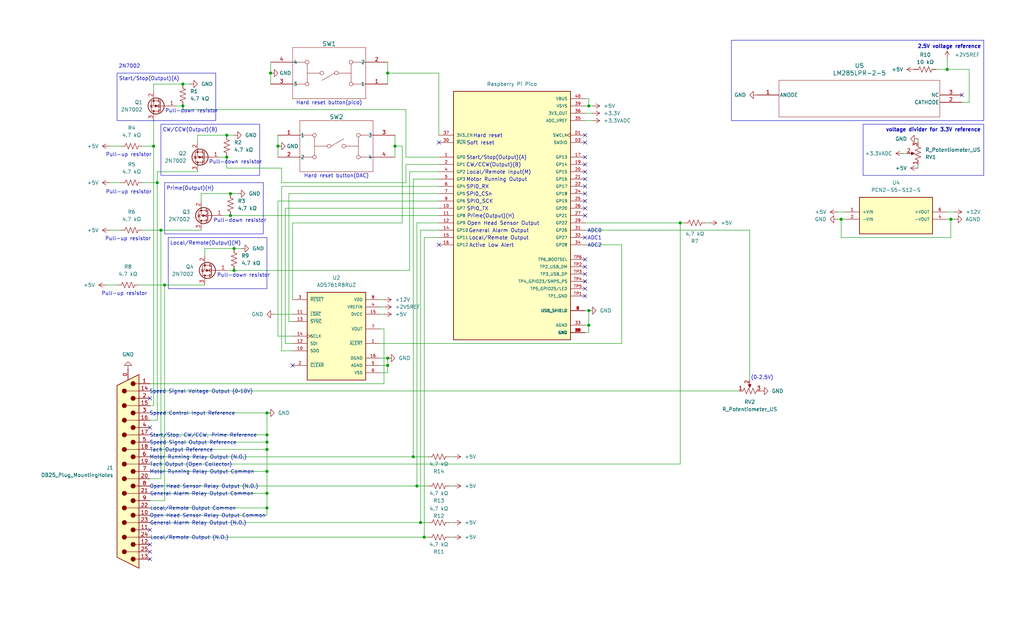
<source format=kicad_sch>
(kicad_sch (version 20231120) (generator "eeschema") (generator_version "8.0")
  (paper "USLegal")
  (title_block (title "Pi Pico Masterflex pump DB25 control board") (date "2024-09-25") (rev "1.1") (company "UW-Madison Chemistry Department Stahl Group") (comment 1 "Made by Tom Tan"))
  (lib_symbols
    (symbol "AD5761RBRUZ:AD5761RBRUZ" (pin_names (offset 1.016))
      (property "Reference" "U" (at -10.1711 15.8923 0))
      (property "Value" "AD5761RBRUZ" (at -10.1835 -17.8212 0))
      (symbol "AD5761RBRUZ_0_0"
        (pin output line (at 15.24 -2.54 180) (length 5.08) (name "~{ALERT}") (number "1"))
        (pin output line (at -15.24 -5.08 0) (length 5.08) (name "SDO") (number "10"))
        (pin bidirectional line (at -15.24 7.62 0) (length 5.08) (name "~{LDAC}") (number "11"))
        (pin input line (at -15.24 -2.54 0) (length 5.08) (name "SDI") (number "12"))
        (pin input line (at -15.24 5.08 0) (length 5.08) (name "~{SYNC}") (number "13"))
        (pin input clock (at -15.24 0 0) (length 5.08) (name "SCLK") (number "14"))
        (pin power_in line (at 15.24 7.62 180) (length 5.08) (name "DVCC") (number "15"))
        (pin power_in line (at 15.24 -7.62 180) (length 5.08) (name "DGND") (number "16"))
        (pin input line (at -15.24 -10.16 0) (length 5.08) (name "~{CLEAR}") (number "2"))
        (pin input line (at -15.24 12.7 0) (length 5.08) (name "~{RESET}") (number "3"))
        (pin power_in line (at 15.24 10.16 180) (length 5.08) (name "VREFIN") (number "4"))
        (pin power_in line (at 15.24 -10.16 180) (length 5.08) (name "AGND") (number "5"))
        (pin power_in line (at 15.24 -12.7 180) (length 5.08) (name "VSS") (number "6"))
        (pin output line (at 15.24 2.54 180) (length 5.08) (name "VOUT") (number "7"))
        (pin power_in line (at 15.24 12.7 180) (length 5.08) (name "VDD") (number "8"))
      )
    )
    (symbol "Connector:DB25_Plug_MountingHoles" (pin_names (offset 1.016) hide)
      (property "Reference" "J" (at 0 36.83 0))
      (property "Value" "DB25_Plug_MountingHoles" (at 0 34.925 0))
      (symbol "DB25_Plug_MountingHoles_1_1"
        (pin passive line (at 0 -35.56 90) (length 3.81) (name "PAD") (number "0"))
        (pin passive line (at -7.62 -30.48 0) (length 3.81) (name "1") (number "1"))
        (pin passive line (at -7.62 15.24 0) (length 3.81) (name "10") (number "10"))
        (pin passive line (at -7.62 20.32 0) (length 3.81) (name "11") (number "11"))
        (pin passive line (at -7.62 25.4 0) (length 3.81) (name "12") (number "12"))
        (pin passive line (at -7.62 30.48 0) (length 3.81) (name "13") (number "13"))
        (pin passive line (at -7.62 -27.94 0) (length 3.81) (name "P14") (number "14"))
        (pin passive line (at -7.62 -22.86 0) (length 3.81) (name "P15") (number "15"))
        (pin passive line (at -7.62 -17.78 0) (length 3.81) (name "P16") (number "16"))
        (pin passive line (at -7.62 -12.7 0) (length 3.81) (name "P17") (number "17"))
        (pin passive line (at -7.62 -7.62 0) (length 3.81) (name "P18") (number "18"))
        (pin passive line (at -7.62 -2.54 0) (length 3.81) (name "P19") (number "19"))
        (pin passive line (at -7.62 -25.4 0) (length 3.81) (name "2") (number "2"))
        (pin passive line (at -7.62 2.54 0) (length 3.81) (name "P20") (number "20"))
        (pin passive line (at -7.62 7.62 0) (length 3.81) (name "P21") (number "21"))
        (pin passive line (at -7.62 12.7 0) (length 3.81) (name "P22") (number "22"))
        (pin passive line (at -7.62 17.78 0) (length 3.81) (name "P23") (number "23"))
        (pin passive line (at -7.62 22.86 0) (length 3.81) (name "P24") (number "24"))
        (pin passive line (at -7.62 27.94 0) (length 3.81) (name "P25") (number "25"))
        (pin passive line (at -7.62 -20.32 0) (length 3.81) (name "3") (number "3"))
        (pin passive line (at -7.62 -15.24 0) (length 3.81) (name "4") (number "4"))
        (pin passive line (at -7.62 -10.16 0) (length 3.81) (name "5") (number "5"))
        (pin passive line (at -7.62 -5.08 0) (length 3.81) (name "6") (number "6"))
        (pin passive line (at -7.62 0 0) (length 3.81) (name "7") (number "7"))
        (pin passive line (at -7.62 5.08 0) (length 3.81) (name "8") (number "8"))
        (pin passive line (at -7.62 10.16 0) (length 3.81) (name "9") (number "9"))
      )
    )
    (symbol "Device:R_Potentiometer_US" (pin_names (offset 1.016) hide)
      (property "Reference" "RV" (at -4.445 0 90))
      (property "Value" "R_Potentiometer_US" (at -2.54 0 90))
      (symbol "R_Potentiometer_US_1_1"
        (pin passive line (at 0 3.81 270) (length 1.27) (name "1") (number "1"))
        (pin passive line (at 3.81 0 180) (length 1.27) (name "2") (number "2"))
        (pin passive line (at 0 -3.81 90) (length 1.27) (name "3") (number "3"))
      )
    )
    (symbol "Device:R_US" (pin_numbers hide) (pin_names (offset 0))
      (property "Reference" "R" (at 2.54 0 90))
      (property "Value" "R_US" (at -2.54 0 90))
      (symbol "R_US_1_1"
        (pin passive line (at 0 3.81 270) (length 1.27) (name "~") (number "1"))
        (pin passive line (at 0 -3.81 90) (length 1.27) (name "~") (number "2"))
      )
    )
    (symbol "LM285LPR_2_5:LM285LPR-2-5" (pin_names (offset 0.254))
      (property "Reference" "U" (at 35.56 10.16 0))
      (property "Value" "LM285LPR-2-5" (at 35.56 7.62 0))
      (symbol "LM285LPR-2-5_0_1"
        (pin unspecified line (at 0 0 0) (length 7.62) (name "ANODE") (number "1"))
        (pin unspecified line (at 71.12 -2.54 180) (length 7.62) (name "CATHODE") (number "2"))
        (pin unspecified line (at 71.12 0 180) (length 7.62) (name "NC") (number "3"))
      )
    )
    (symbol "PCN2-S5-S12-S:PCN2-S5-S12-S" (pin_names (offset 1.016))
      (property "Reference" "U" (at -12.7254 5.08 0))
      (property "Value" "PCN2-S5-S12-S" (at -12.7254 -7.6454 0))
      (symbol "PCN2-S5-S12-S_0_0"
        (pin input line (at -17.78 0 0) (length 5.08) (name "+VIN") (number "1"))
        (pin input line (at -17.78 -2.54 0) (length 5.08) (name "-VIN") (number "2"))
        (pin output line (at 17.78 -2.54 180) (length 5.08) (name "-VOUT") (number "4"))
        (pin output line (at 17.78 0 180) (length 5.08) (name "+VOUT") (number "6"))
      )
    )
    (symbol "SC0915:SC0915" (pin_names (offset 1.016))
      (property "Reference" "U" (at -20.32 44.069 0))
      (property "Value" "SC0915" (at -20.32 -45.72 0))
      (symbol "SC0915_0_0"
        (pin bidirectional line (at -25.4 20.32 0) (length 5.08) (name "GP0") (number "1"))
        (pin bidirectional line (at -25.4 2.54 0) (length 5.08) (name "GP7") (number "10"))
        (pin bidirectional line (at -25.4 0 0) (length 5.08) (name "GP8") (number "11"))
        (pin bidirectional line (at -25.4 -2.54 0) (length 5.08) (name "GP9") (number "12"))
        (pin power_in line (at 25.4 -40.64 180) (length 5.08) (name "GND") (number "13"))
        (pin bidirectional line (at -25.4 -5.08 0) (length 5.08) (name "GP10") (number "14"))
        (pin bidirectional line (at -25.4 -7.62 0) (length 5.08) (name "GP11") (number "15"))
        (pin bidirectional line (at -25.4 -10.16 0) (length 5.08) (name "GP12") (number "16"))
        (pin bidirectional line (at 25.4 20.32 180) (length 5.08) (name "GP13") (number "17"))
        (pin power_in line (at 25.4 -40.64 180) (length 5.08) (name "GND") (number "18"))
        (pin bidirectional line (at 25.4 17.78 180) (length 5.08) (name "GP14") (number "19"))
        (pin bidirectional line (at -25.4 17.78 0) (length 5.08) (name "GP1") (number "2"))
        (pin bidirectional line (at 25.4 15.24 180) (length 5.08) (name "GP15") (number "20"))
        (pin bidirectional line (at 25.4 12.7 180) (length 5.08) (name "GP16") (number "21"))
        (pin bidirectional line (at 25.4 10.16 180) (length 5.08) (name "GP17") (number "22"))
        (pin power_in line (at 25.4 -40.64 180) (length 5.08) (name "GND") (number "23"))
        (pin bidirectional line (at 25.4 7.62 180) (length 5.08) (name "GP18") (number "24"))
        (pin bidirectional line (at 25.4 5.08 180) (length 5.08) (name "GP19") (number "25"))
        (pin bidirectional line (at 25.4 2.54 180) (length 5.08) (name "GP20") (number "26"))
        (pin bidirectional line (at 25.4 0 180) (length 5.08) (name "GP21") (number "27"))
        (pin power_in line (at 25.4 -40.64 180) (length 5.08) (name "GND") (number "28"))
        (pin bidirectional line (at 25.4 -2.54 180) (length 5.08) (name "GP22") (number "29"))
        (pin power_in line (at 25.4 -40.64 180) (length 5.08) (name "GND") (number "3"))
        (pin input line (at -25.4 25.4 0) (length 5.08) (name "~{RUN}") (number "30"))
        (pin bidirectional line (at 25.4 -5.08 180) (length 5.08) (name "GP26") (number "31"))
        (pin bidirectional line (at 25.4 -7.62 180) (length 5.08) (name "GP27") (number "32"))
        (pin power_in line (at 25.4 -38.1 180) (length 5.08) (name "AGND") (number "33"))
        (pin bidirectional line (at 25.4 -10.16 180) (length 5.08) (name "GP28") (number "34"))
        (pin power_in line (at 25.4 33.02 180) (length 5.08) (name "ADC_VREF") (number "35"))
        (pin power_in line (at 25.4 35.56 180) (length 5.08) (name "3V3_OUT") (number "36"))
        (pin input line (at -25.4 27.94 0) (length 5.08) (name "3V3_EN") (number "37"))
        (pin power_in line (at 25.4 -40.64 180) (length 5.08) (name "GND") (number "38"))
        (pin power_in line (at 25.4 38.1 180) (length 5.08) (name "VSYS") (number "39"))
        (pin bidirectional line (at -25.4 15.24 0) (length 5.08) (name "GP2") (number "4"))
        (pin power_in line (at 25.4 40.64 180) (length 5.08) (name "VBUS") (number "40"))
        (pin bidirectional line (at -25.4 12.7 0) (length 5.08) (name "GP3") (number "5"))
        (pin bidirectional line (at -25.4 10.16 0) (length 5.08) (name "GP4") (number "6"))
        (pin bidirectional line (at -25.4 7.62 0) (length 5.08) (name "GP5") (number "7"))
        (pin power_in line (at 25.4 -40.64 180) (length 5.08) (name "GND") (number "8"))
        (pin bidirectional line (at -25.4 5.08 0) (length 5.08) (name "GP6") (number "9"))
        (pin power_in line (at 25.4 -33.02 180) (length 5.08) (name "USB_SHIELD") (number "A"))
        (pin power_in line (at 25.4 -33.02 180) (length 5.08) (name "USB_SHIELD") (number "B"))
        (pin power_in line (at 25.4 -33.02 180) (length 5.08) (name "USB_SHIELD") (number "C"))
        (pin power_in line (at 25.4 -33.02 180) (length 5.08) (name "USB_SHIELD") (number "D"))
        (pin input clock (at 25.4 27.94 180) (length 5.08) (name "SWCLK") (number "D1"))
        (pin power_in line (at 25.4 -40.64 180) (length 5.08) (name "GND") (number "D2"))
        (pin bidirectional line (at 25.4 25.4 180) (length 5.08) (name "SWDIO") (number "D3"))
        (pin power_in line (at 25.4 -27.94 180) (length 5.08) (name "TP1_GND") (number "TP1"))
        (pin bidirectional line (at 25.4 -17.78 180) (length 5.08) (name "TP2_USB_DM") (number "TP2"))
        (pin bidirectional line (at 25.4 -20.32 180) (length 5.08) (name "TP3_USB_DP") (number "TP3"))
        (pin no_connect line (at 25.4 -22.86 180) (length 5.08) (name "TP4_GPIO23/SMPS_PS") (number "TP4"))
        (pin output line (at 25.4 -25.4 180) (length 5.08) (name "TP5_GPIO25/LED") (number "TP5"))
        (pin input line (at 25.4 -15.24 180) (length 5.08) (name "TP6_BOOTSEL") (number "TP6"))
      )
    )
    (symbol "TE_3_1825910_5:3-1825910-5" (pin_names (offset 0.254))
      (property "Reference" "SW" (at 20.32 10.16 0))
      (property "Value" "3-1825910-5" (at 20.32 7.62 0))
      (symbol "3-1825910-5_0_1"
        (pin unspecified line (at 0 0 0) (length 7.62) (name "1") (number "1"))
        (pin unspecified line (at 0 -7.62 0) (length 7.62) (name "2") (number "2"))
        (pin unspecified line (at 40.64 0 180) (length 7.62) (name "3") (number "3"))
        (pin unspecified line (at 40.64 -7.62 180) (length 7.62) (name "4") (number "4"))
      )
    )
    (symbol "Transistor_FET:2N7002" (pin_names hide)
      (property "Reference" "Q" (at 5.08 1.905 0))
      (property "Value" "2N7002" (at 5.08 0 0))
      (symbol "2N7002_1_1"
        (pin input line (at -5.08 0 0) (length 2.54) (name "G") (number "1"))
        (pin passive line (at 2.54 -5.08 90) (length 2.54) (name "S") (number "2"))
        (pin passive line (at 2.54 5.08 270) (length 2.54) (name "D") (number "3"))
      )
    )
    (symbol "power:+12V" (power) (pin_numbers hide) (pin_names (offset 0) hide)
      (property "Value" "+12V" (at 0 3.556 0))
      (symbol "+12V_1_1"
        (pin power_in line (at 0 0 90) (length 0) (name "~") (number "1"))
      )
    )
    (symbol "power:+2V5" (power) (pin_numbers hide) (pin_names (offset 0) hide)
      (property "Value" "+2V5" (at 0 3.556 0))
      (symbol "+2V5_1_1"
        (pin power_in line (at 0 0 90) (length 0) (name "~") (number "1"))
      )
    )
    (symbol "power:+3.3V" (power) (pin_numbers hide) (pin_names (offset 0) hide)
      (property "Value" "+3.3V" (at 0 3.556 0))
      (symbol "+3.3V_1_1"
        (pin power_in line (at 0 0 90) (length 0) (name "~") (number "1"))
      )
    )
    (symbol "power:+3.3VADC" (power) (pin_numbers hide) (pin_names (offset 0) hide)
      (property "Value" "+3.3VADC" (at 0 3.556 0))
      (symbol "+3.3VADC_0_0"
        (pin power_in line (at 0 0 90) (length 0) (name "~") (number "1"))
      )
    )
    (symbol "power:+5V" (power) (pin_numbers hide) (pin_names (offset 0) hide)
      (property "Value" "+5V" (at 0 3.556 0))
      (symbol "+5V_1_1"
        (pin power_in line (at 0 0 90) (length 0) (name "~") (number "1"))
      )
    )
    (symbol "power:GND" (power) (pin_numbers hide) (pin_names (offset 0) hide)
      (property "Value" "GND" (at 0 -3.81 0))
      (symbol "GND_1_1"
        (pin power_in line (at 0 0 270) (length 0) (name "~") (number "1"))
      )
    )
  )
  (junction (at 146.05 181.61))
  (junction (at 134.62 124.46))
  (junction (at 92.71 143.51))
  (junction (at 134.62 25.4))
  (junction (at 81.28 86.36))
  (junction (at 330.2 76.2))
  (junction (at 80.01 67.31))
  (junction (at 93.98 25.4))
  (junction (at 78.74 46.99))
  (junction (at 92.71 163.83))
  (junction (at 81.28 93.98))
  (junction (at 92.71 176.53))
  (junction (at 54.61 63.5))
  (junction (at 53.34 50.8))
  (junction (at 80.01 74.93))
  (junction (at 134.62 127))
  (junction (at 78.74 54.61))
  (junction (at 236.22 77.47))
  (junction (at 147.32 186.69))
  (junction (at 92.71 151.13))
  (junction (at 92.71 153.67))
  (junction (at 143.51 158.75))
  (junction (at 55.88 80.01))
  (junction (at 92.71 156.21))
  (junction (at 144.78 168.91))
  (junction (at 57.15 99.06))
  (junction (at 137.16 50.8))
  (junction (at 292.1 76.2))
  (junction (at 204.47 107.95))
  (junction (at 204.47 113.03))
  (junction (at 204.47 36.83))
  (junction (at 328.93 24.13))
  (junction (at 63.5 36.83))
  (junction (at 63.5 29.21))
  (junction (at 92.71 171.45))
  (junction (at 96.52 50.8))
  (no_connect (at 52.07 194.31))
  (no_connect (at 101.6 127))
  (no_connect (at 203.2 57.15))
  (no_connect (at 52.07 184.15))
  (no_connect (at 203.2 95.25))
  (no_connect (at 52.07 189.23))
  (no_connect (at 52.07 191.77))
  (no_connect (at 334.01 33.02))
  (no_connect (at 203.2 72.39))
  (no_connect (at 152.4 85.09))
  (no_connect (at 203.2 64.77))
  (no_connect (at 203.2 59.69))
  (no_connect (at 203.2 54.61))
  (no_connect (at 203.2 82.55))
  (no_connect (at 203.2 74.93))
  (no_connect (at 203.2 100.33))
  (no_connect (at 203.2 62.23))
  (no_connect (at 203.2 90.17))
  (no_connect (at 203.2 67.31))
  (no_connect (at 203.2 49.53))
  (no_connect (at 203.2 97.79))
  (no_connect (at 52.07 138.43))
  (no_connect (at 52.07 148.59))
  (no_connect (at 203.2 102.87))
  (no_connect (at 203.2 69.85))
  (no_connect (at 203.2 46.99))
  (no_connect (at 152.4 49.53))
  (no_connect (at 203.2 92.71))
  (wire (pts (xy 78.74 54.61) (xy 76.2 54.61)))
  (wire (pts (xy 36.83 99.06) (xy 40.64 99.06)))
  (wire (pts (xy 330.2 76.2) (xy 331.47 76.2)))
  (wire (pts (xy 260.35 80.01) (xy 260.35 132.08)))
  (wire (pts (xy 48.26 99.06) (xy 57.15 99.06)))
  (wire (pts (xy 132.08 114.3) (xy 133.35 114.3)))
  (wire (pts (xy 81.28 86.36) (xy 71.12 86.36)))
  (wire (pts (xy 148.59 181.61) (xy 146.05 181.61)))
  (wire (pts (xy 97.79 64.77) (xy 152.4 64.77)))
  (wire (pts (xy 82.55 67.31) (xy 80.01 67.31)))
  (wire (pts (xy 292.1 82.55) (xy 330.2 82.55)))
  (wire (pts (xy 53.34 50.8) (xy 53.34 140.97)))
  (wire (pts (xy 204.47 34.29) (xy 204.47 36.83)))
  (wire (pts (xy 236.22 77.47) (xy 203.2 77.47)))
  (wire (pts (xy 54.61 59.69) (xy 54.61 63.5)))
  (wire (pts (xy 133.35 133.35) (xy 52.07 133.35)))
  (wire (pts (xy 132.08 104.14) (xy 133.35 104.14)))
  (wire (pts (xy 52.07 168.91) (xy 144.78 168.91)))
  (wire (pts (xy 152.4 72.39) (xy 99.06 72.39)))
  (wire (pts (xy 49.53 63.5) (xy 54.61 63.5)))
  (wire (pts (xy 143.51 62.23) (xy 152.4 62.23)))
  (wire (pts (xy 203.2 34.29) (xy 204.47 34.29)))
  (wire (pts (xy 38.1 50.8) (xy 41.91 50.8)))
  (wire (pts (xy 318.77 49.53) (xy 318.77 48.26)))
  (wire (pts (xy 55.88 80.01) (xy 69.85 80.01)))
  (wire (pts (xy 52.07 135.89) (xy 256.54 135.89)))
  (wire (pts (xy 96.52 50.8) (xy 96.52 54.61)))
  (wire (pts (xy 52.07 143.51) (xy 92.71 143.51)))
  (wire (pts (xy 140.97 57.15) (xy 152.4 57.15)))
  (wire (pts (xy 52.07 161.29) (xy 236.22 161.29)))
  (wire (pts (xy 52.07 146.05) (xy 54.61 146.05)))
  (wire (pts (xy 134.62 124.46) (xy 134.62 127)))
  (wire (pts (xy 328.93 76.2) (xy 330.2 76.2)))
  (wire (pts (xy 101.6 77.47) (xy 139.7 77.47)))
  (wire (pts (xy 54.61 146.05) (xy 54.61 63.5)))
  (wire (pts (xy 99.06 119.38) (xy 101.6 119.38)))
  (wire (pts (xy 92.71 156.21) (xy 92.71 163.83)))
  (wire (pts (xy 38.1 63.5) (xy 41.91 63.5)))
  (wire (pts (xy 215.9 85.09) (xy 203.2 85.09)))
  (wire (pts (xy 52.07 181.61) (xy 146.05 181.61)))
  (wire (pts (xy 134.62 21.59) (xy 134.62 25.4)))
  (wire (pts (xy 80.01 67.31) (xy 69.85 67.31)))
  (wire (pts (xy 92.71 153.67) (xy 92.71 156.21)))
  (wire (pts (xy 144.78 168.91) (xy 144.78 77.47)))
  (wire (pts (xy 52.07 176.53) (xy 92.71 176.53)))
  (wire (pts (xy 134.62 127) (xy 134.62 129.54)))
  (wire (pts (xy 77.47 74.93) (xy 80.01 74.93)))
  (wire (pts (xy 139.7 50.8) (xy 137.16 50.8)))
  (wire (pts (xy 152.4 25.4) (xy 134.62 25.4)))
  (wire (pts (xy 53.34 29.21) (xy 53.34 31.75)))
  (wire (pts (xy 132.08 109.22) (xy 133.35 109.22)))
  (wire (pts (xy 93.98 25.4) (xy 93.98 29.21)))
  (wire (pts (xy 328.93 73.66) (xy 331.47 73.66)))
  (wire (pts (xy 140.97 54.61) (xy 140.97 38.1)))
  (wire (pts (xy 101.6 77.47) (xy 101.6 104.14)))
  (wire (pts (xy 144.78 77.47) (xy 152.4 77.47)))
  (wire (pts (xy 152.4 46.99) (xy 152.4 25.4)))
  (wire (pts (xy 204.47 36.83) (xy 205.74 36.83)))
  (wire (pts (xy 101.6 111.76) (xy 100.33 111.76)))
  (wire (pts (xy 203.2 107.95) (xy 204.47 107.95)))
  (wire (pts (xy 97.79 121.92) (xy 101.6 121.92)))
  (wire (pts (xy 49.53 80.01) (xy 55.88 80.01)))
  (wire (pts (xy 147.32 82.55) (xy 152.4 82.55)))
  (wire (pts (xy 63.5 38.1) (xy 63.5 36.83)))
  (wire (pts (xy 54.61 59.69) (xy 68.58 59.69)))
  (wire (pts (xy 60.96 36.83) (xy 63.5 36.83)))
  (wire (pts (xy 68.58 46.99) (xy 68.58 49.53)))
  (wire (pts (xy 132.08 129.54) (xy 134.62 129.54)))
  (wire (pts (xy 203.2 39.37) (xy 205.74 39.37)))
  (wire (pts (xy 236.22 77.47) (xy 237.49 77.47)))
  (wire (pts (xy 52.07 153.67) (xy 92.71 153.67)))
  (wire (pts (xy 52.07 173.99) (xy 57.15 173.99)))
  (wire (pts (xy 93.98 21.59) (xy 93.98 25.4)))
  (wire (pts (xy 92.71 171.45) (xy 92.71 176.53)))
  (wire (pts (xy 100.33 67.31) (xy 100.33 111.76)))
  (wire (pts (xy 52.07 186.69) (xy 147.32 186.69)))
  (wire (pts (xy 148.59 158.75) (xy 143.51 158.75)))
  (wire (pts (xy 203.2 41.91) (xy 205.74 41.91)))
  (wire (pts (xy 157.48 186.69) (xy 156.21 186.69)))
  (wire (pts (xy 78.74 58.42) (xy 97.79 58.42)))
  (wire (pts (xy 336.55 35.56) (xy 334.01 35.56)))
  (wire (pts (xy 96.52 69.85) (xy 96.52 116.84)))
  (wire (pts (xy 148.59 186.69) (xy 147.32 186.69)))
  (wire (pts (xy 134.62 25.4) (xy 134.62 29.21)))
  (wire (pts (xy 314.96 53.34) (xy 313.69 53.34)))
  (wire (pts (xy 142.24 59.69) (xy 142.24 93.98)))
  (wire (pts (xy 81.28 46.99) (xy 78.74 46.99)))
  (wire (pts (xy 97.79 63.5) (xy 97.79 58.42)))
  (wire (pts (xy 140.97 63.5) (xy 97.79 63.5)))
  (wire (pts (xy 203.2 115.57) (xy 204.47 115.57)))
  (wire (pts (xy 330.2 82.55) (xy 330.2 76.2)))
  (wire (pts (xy 96.52 69.85) (xy 152.4 69.85)))
  (wire (pts (xy 78.74 93.98) (xy 81.28 93.98)))
  (wire (pts (xy 92.71 176.53) (xy 92.71 179.07)))
  (wire (pts (xy 328.93 20.32) (xy 328.93 24.13)))
  (wire (pts (xy 53.34 140.97) (xy 52.07 140.97)))
  (wire (pts (xy 52.07 171.45) (xy 92.71 171.45)))
  (wire (pts (xy 146.05 181.61) (xy 146.05 80.01)))
  (wire (pts (xy 325.12 24.13) (xy 328.93 24.13)))
  (wire (pts (xy 55.88 80.01) (xy 55.88 166.37)))
  (wire (pts (xy 246.38 77.47) (xy 245.11 77.47)))
  (wire (pts (xy 204.47 107.95) (xy 204.47 113.03)))
  (wire (pts (xy 69.85 67.31) (xy 69.85 69.85)))
  (wire (pts (xy 157.48 181.61) (xy 156.21 181.61)))
  (wire (pts (xy 290.83 76.2) (xy 292.1 76.2)))
  (wire (pts (xy 52.07 151.13) (xy 92.71 151.13)))
  (wire (pts (xy 95.25 109.22) (xy 101.6 109.22)))
  (wire (pts (xy 71.12 86.36) (xy 71.12 88.9)))
  (wire (pts (xy 143.51 62.23) (xy 143.51 158.75)))
  (wire (pts (xy 203.2 36.83) (xy 204.47 36.83)))
  (wire (pts (xy 328.93 24.13) (xy 336.55 24.13)))
  (wire (pts (xy 139.7 77.47) (xy 139.7 50.8)))
  (wire (pts (xy 132.08 119.38) (xy 215.9 119.38)))
  (wire (pts (xy 203.2 113.03) (xy 204.47 113.03)))
  (wire (pts (xy 92.71 151.13) (xy 92.71 153.67)))
  (wire (pts (xy 292.1 76.2) (xy 293.37 76.2)))
  (wire (pts (xy 336.55 24.13) (xy 336.55 35.56)))
  (wire (pts (xy 52.07 158.75) (xy 143.51 158.75)))
  (wire (pts (xy 80.01 74.93) (xy 152.4 74.93)))
  (wire (pts (xy 132.08 127) (xy 134.62 127)))
  (wire (pts (xy 204.47 113.03) (xy 204.47 115.57)))
  (wire (pts (xy 152.4 54.61) (xy 140.97 54.61)))
  (wire (pts (xy 137.16 50.8) (xy 137.16 54.61)))
  (wire (pts (xy 132.08 124.46) (xy 134.62 124.46)))
  (wire (pts (xy 92.71 143.51) (xy 92.71 151.13)))
  (wire (pts (xy 101.6 116.84) (xy 96.52 116.84)))
  (wire (pts (xy 49.53 50.8) (xy 53.34 50.8)))
  (wire (pts (xy 140.97 57.15) (xy 140.97 63.5)))
  (wire (pts (xy 137.16 46.99) (xy 137.16 50.8)))
  (wire (pts (xy 132.08 106.68) (xy 133.35 106.68)))
  (wire (pts (xy 53.34 41.91) (xy 53.34 50.8)))
  (wire (pts (xy 52.07 156.21) (xy 92.71 156.21)))
  (wire (pts (xy 142.24 59.69) (xy 152.4 59.69)))
  (wire (pts (xy 260.35 80.01) (xy 203.2 80.01)))
  (wire (pts (xy 215.9 119.38) (xy 215.9 85.09)))
  (wire (pts (xy 148.59 168.91) (xy 144.78 168.91)))
  (wire (pts (xy 146.05 80.01) (xy 152.4 80.01)))
  (wire (pts (xy 52.07 163.83) (xy 92.71 163.83)))
  (wire (pts (xy 81.28 93.98) (xy 142.24 93.98)))
  (wire (pts (xy 57.15 99.06) (xy 71.12 99.06)))
  (wire (pts (xy 292.1 76.2) (xy 292.1 82.55)))
  (wire (pts (xy 53.34 29.21) (xy 63.5 29.21)))
  (wire (pts (xy 97.79 64.77) (xy 97.79 121.92)))
  (wire (pts (xy 147.32 186.69) (xy 147.32 82.55)))
  (wire (pts (xy 318.77 58.42) (xy 318.77 57.15)))
  (wire (pts (xy 236.22 77.47) (xy 236.22 161.29)))
  (wire (pts (xy 100.33 67.31) (xy 152.4 67.31)))
  (wire (pts (xy 157.48 158.75) (xy 156.21 158.75)))
  (wire (pts (xy 290.83 73.66) (xy 293.37 73.66)))
  (wire (pts (xy 52.07 179.07) (xy 92.71 179.07)))
  (wire (pts (xy 38.1 80.01) (xy 41.91 80.01)))
  (wire (pts (xy 78.74 58.42) (xy 78.74 54.61)))
  (wire (pts (xy 78.74 46.99) (xy 68.58 46.99)))
  (wire (pts (xy 83.82 86.36) (xy 81.28 86.36)))
  (wire (pts (xy 92.71 163.83) (xy 92.71 171.45)))
  (wire (pts (xy 99.06 72.39) (xy 99.06 119.38)))
  (wire (pts (xy 57.15 99.06) (xy 57.15 173.99)))
  (wire (pts (xy 96.52 46.99) (xy 96.52 50.8)))
  (wire (pts (xy 133.35 114.3) (xy 133.35 133.35)))
  (wire (pts (xy 63.5 29.21) (xy 66.04 29.21)))
  (wire (pts (xy 55.88 166.37) (xy 52.07 166.37)))
  (wire (pts (xy 63.5 38.1) (xy 140.97 38.1)))
  (wire (pts (xy 157.48 168.91) (xy 156.21 168.91)))
  (rectangle (start 55.88 43.18) (end 90.17 60.96))
  (rectangle (start 299.72 43.18) (end 341.63 60.96))
  (rectangle (start 58.42 82.55) (end 92.71 100.33))
  (rectangle (start 57.15 63.5) (end 91.44 81.28))
  (rectangle (start 254 13.97) (end 341.63 41.91))
  (rectangle (start 40.64 25.4) (end 74.93 41.91))
  (text "2.5V voltage reference" (at 329.692 16.256 0) (effects (font (size 1.27 1.27) (thickness 0.254) (bold yes))))
  (text "Pull-down resistor" (at 84.582 95.758 0) (effects (font (size 1.27 1.27))))
  (text "Prime(Output)(H)" (at 66.04 65.532 0) (effects (font (size 1.27 1.27))))
  (text "Pull-down resistor" (at 81.788 56.388 0) (effects (font (size 1.27 1.27))))
  (text "Motor Running Relay Output Common" (at 70.104 164.084 0) (effects (font (size 1.27 1.27))))
  (text "Pull-up resistor" (at 44.704 66.802 0) (effects (font (size 1.27 1.27))))
  (text "Hard reset button(DAC)" (at 116.84 61.214 0) (effects (font (size 1.27 1.27))))
  (text "ADC2" (at 206.502 85.344 0) (effects (font (size 1.27 1.27))))
  (text "Pull-up resistor" (at 44.45 83.058 0) (effects (font (size 1.27 1.27))))
  (text "SPI0_RX" (at 165.862 65.024 0) (effects (font (size 1.27 1.27))))
  (text "Hard reset button(pico)" (at 114.3 35.814 0) (effects (font (size 1.27 1.27))))
  (text "Prime(Output)(H)" (at 170.434 75.184 0) (effects (font (size 1.27 1.27))))
  (text "Open Head Sensor Relay Output Common" (at 72.136 179.324 0) (effects (font (size 1.27 1.27))))
  (text "SPI0_CSn" (at 166.37 67.564 0) (effects (font (size 1.27 1.27))))
  (text "Hard reset" (at 169.418 47.244 0) (effects (font (size 1.27 1.27))))
  (text "Tach Output Reference" (at 62.992 156.464 0) (effects (font (size 1.27 1.27))))
  (text "Local/Remote Output (N.O.)" (at 65.786 186.944 0) (effects (font (size 1.27 1.27))))
  (text "Open Head Sensor Relay Output (N.O.)" (at 70.866 169.164 0) (effects (font (size 1.27 1.27))))
  (text "2N7002" (at 44.958 23.114 0) (effects (font (size 1.27 1.27))))
  (text "Open Head Sensor Output" (at 174.752 77.724 0) (effects (font (size 1.27 1.27))))
  (text "General Alarm Output" (at 173.228 80.264 0) (effects (font (size 1.27 1.27))))
  (text " Local/Remote Output Common" (at 66.548 176.784 0) (effects (font (size 1.27 1.27))))
  (text "Speed Signal Output Reference" (at 67.056 153.924 0) (effects (font (size 1.27 1.27))))
  (text "SPIO_SCK" (at 166.624 70.104 0) (effects (font (size 1.27 1.27))))
  (text "Local/Remote Output" (at 173.228 82.804 0) (effects (font (size 1.27 1.27))))
  (text "Pull-down resistor" (at 83.312 76.708 0) (effects (font (size 1.27 1.27))))
  (text "Speed Control Input Reference" (at 66.802 143.764 0) (effects (font (size 1.27 1.27))))
  (text "General Alarm Relay Output Common" (at 70.104 171.704 0) (effects (font (size 1.27 1.27))))
  (text "Pull-up resistor" (at 44.704 53.848 0) (effects (font (size 1.27 1.27))))
  (text "(0–2.5V)" (at 264.668 131.318 0) (effects (font (size 1.27 1.27))))
  (text "Start/Stop(Output)(A)" (at 172.466 54.864 0) (effects (font (size 1.27 1.27))))
  (text "voltage divider for 3.3V reference" (at 324.104 45.212 0) (effects (font (size 1.27 1.27) (thickness 0.254) (bold yes))))
  (text "Soft reset" (at 166.878 49.784 0) (effects (font (size 1.27 1.27))))
  (text "Local/Remote Input(M)" (at 173.228 59.944 0) (effects (font (size 1.27 1.27))))
  (text "Speed Signal Voltage Output (0–10V)" (at 69.85 136.144 0) (effects (font (size 1.27 1.27))))
  (text "Active Low Alert" (at 170.688 85.344 0) (effects (font (size 1.27 1.27))))
  (text "SPI0_TX" (at 165.862 72.644 0) (effects (font (size 1.27 1.27))))
  (text "Motor Running Output" (at 172.466 62.484 0) (effects (font (size 1.27 1.27))))
  (text "General Alarm Relay Output (N.O.)" (at 68.834 181.864 0) (effects (font (size 1.27 1.27))))
  (text "CW/CCW(Output)(B)" (at 171.45 57.404 0) (effects (font (size 1.27 1.27))))
  (text "Pull-up resistor" (at 43.18 102.108 0) (effects (font (size 1.27 1.27))))
  (text "Local/Remote(Output)(M)" (at 71.374 84.582 0) (effects (font (size 1.27 1.27))))
  (text "Pull-down resistor" (at 66.548 38.608 0) (effects (font (size 1.27 1.27))))
  (text "ADC0" (at 206.502 80.264 0) (effects (font (size 1.27 1.27))))
  (text "Motor Running Relay Output (N.O.)" (at 68.834 159.004 0) (effects (font (size 1.27 1.27))))
  (text "ADC1" (at 206.502 82.804 0) (effects (font (size 1.27 1.27))))
  (text "Start/Stop(Output)(A)" (at 51.816 27.432 0) (effects (font (size 1.27 1.27))))
  (text "Start/Stop, CW/CCW, Prime Reference" (at 70.612 151.384 0) (effects (font (size 1.27 1.27))))
  (text "CW/CCW(Output)(B)" (at 66.04 45.212 0) (effects (font (size 1.27 1.27))))
  (text "Tach Output (Open Collector)" (at 66.294 161.544 0) (effects (font (size 1.27 1.27))))
  (symbol (lib_id "power:+5V") (at 157.48 168.91 270) (unit 1)
    (property "Reference" "#PWR036" (effects (hide yes)))
    (property "Value" "+5V" (at 161.29 168.9101 90) (effects (justify left)))
    (property "Description" "Power symbol creates a global label with name \"+5V\"" (effects (hide yes)))
  )
  (symbol (lib_id "power:+3.3V") (at 205.74 39.37 270) (unit 1)
    (property "Reference" "#PWR07" (effects (hide yes)))
    (property "Value" "+3.3V" (at 209.55 39.3699 90) (effects (justify left)))
    (property "Description" "Power symbol creates a global label with name \"+3.3V\"" (effects (hide yes)))
  )
  (symbol (lib_id "power:GND") (at 66.04 29.21 90) (unit 1)
    (property "Reference" "#PWR02" (effects (hide yes)))
    (property "Value" "GND" (at 69.85 29.2099 90) (effects (justify right)))
    (property "Description" "Power symbol creates a global label with name \"GND\" , ground" (effects (hide yes)))
  )
  (symbol (lib_id "power:GND") (at 134.62 124.46 90) (unit 1)
    (property "Reference" "#PWR040" (effects (hide yes)))
    (property "Value" "GND" (at 138.43 124.4599 90) (effects (justify right)))
    (property "Description" "Power symbol creates a global label with name \"GND\" , ground" (effects (hide yes)))
  )
  (symbol (lib_id "Device:R_US") (at 44.45 99.06 90) (unit 1)
    (property "Reference" "R8" (at 44.45 92.71 90))
    (property "Value" "4.7 kΩ" (at 44.45 95.25 90))
    (property "Footprint" "Resistor_SMD:R_1206_3216Metric_Pad1.30x1.75mm_HandSolder" (effects (hide yes)))
    (property "Description" "Resistor, US symbol" (effects (hide yes)))
  )
  (symbol (lib_id "power:GND") (at 81.28 46.99 90) (unit 1)
    (property "Reference" "#PWR03" (effects (hide yes)))
    (property "Value" "GND" (at 85.09 46.9899 90) (effects (justify right)))
    (property "Description" "Power symbol creates a global label with name \"GND\" , ground" (effects (hide yes)))
  )
  (symbol (lib_id "power:+5V") (at 317.5 24.13 90) (unit 1)
    (property "Reference" "#PWR019" (effects (hide yes)))
    (property "Value" "+5V" (at 313.69 24.1299 90) (effects (justify left)))
    (property "Description" "Power symbol creates a global label with name \"+5V\"" (effects (hide yes)))
  )
  (symbol (lib_id "power:+5V") (at 290.83 73.66 90) (unit 1)
    (property "Reference" "#PWR045" (effects (hide yes)))
    (property "Value" "+5V" (at 287.02 73.6599 90) (effects (justify left)))
    (property "Description" "Power symbol creates a global label with name \"+5V\"" (effects (hide yes)))
  )
  (symbol (lib_id "power:GND") (at 264.16 135.89 90) (unit 1)
    (property "Reference" "#PWR020" (effects (hide yes)))
    (property "Value" "GND" (at 267.97 135.8899 90) (effects (justify right)))
    (property "Description" "Power symbol creates a global label with name \"GND\" , ground" (effects (hide yes)))
  )
  (symbol (lib_id "power:GND") (at 93.98 25.4 90) (unit 1)
    (property "Reference" "#PWR08" (effects (hide yes)))
    (property "Value" "GND" (at 97.028 25.4 90) (effects (justify right)))
    (property "Description" "Power symbol creates a global label with name \"GND\" , ground" (effects (hide yes)))
  )
  (symbol (lib_id "Device:R_US") (at 45.72 63.5 90) (unit 1)
    (property "Reference" "R5" (at 45.72 57.15 90))
    (property "Value" "4.7 kΩ" (at 45.72 59.69 90))
    (property "Footprint" "Resistor_SMD:R_1206_3216Metric_Pad1.30x1.75mm_HandSolder" (effects (hide yes)))
    (property "Description" "Resistor, US symbol" (effects (hide yes)))
  )
  (symbol (lib_id "power:+5V") (at 157.48 158.75 270) (unit 1)
    (property "Reference" "#PWR037" (effects (hide yes)))
    (property "Value" "+5V" (at 161.29 158.7501 90) (effects (justify left)))
    (property "Description" "Power symbol creates a global label with name \"+5V\"" (effects (hide yes)))
  )
  (symbol (lib_id "power:GND") (at 92.71 143.51 90) (unit 1)
    (property "Reference" "#PWR034" (effects (hide yes)))
    (property "Value" "GND" (at 96.52 143.5099 90) (effects (justify right)))
    (property "Description" "Power symbol creates a global label with name \"GND\" , ground" (effects (hide yes)))
  )
  (symbol (lib_id "power:+2V5") (at 133.35 106.68 270) (unit 1)
    (property "Reference" "#PWR016" (effects (hide yes)))
    (property "Value" "+2V5REF" (at 137.16 106.6799 90) (effects (justify left)))
    (property "Description" "Power symbol creates a global label with name \"+2V5\"" (effects (hide yes)))
  )
  (symbol (lib_id "Device:R_Potentiometer_US") (at 318.77 53.34 180) (unit 1)
    (property "Reference" "RV1" (at 321.31 54.6101 0) (effects (justify right)))
    (property "Value" "R_Potentiometer_US" (at 321.31 52.0701 0) (effects (justify right)))
    (property "Footprint" "Potentiometer_THT:Potentiometer_Bourns_3386W_Horizontal" (effects (hide yes)))
    (property "Description" "Potentiometer, US symbol" (effects (hide yes)))
  )
  (symbol (lib_id "power:GND") (at 96.52 50.8 90) (unit 1)
    (property "Reference" "#PWR048" (effects (hide yes)))
    (property "Value" "GND" (at 99.568 50.8 90) (effects (justify right)))
    (property "Description" "Power symbol creates a global label with name \"GND\" , ground" (effects (hide yes)))
  )
  (symbol (lib_id "Device:R_US") (at 78.74 50.8 180) (unit 1)
    (property "Reference" "R2" (at 81.28 49.5299 0) (effects (justify right)))
    (property "Value" "4.7 kΩ" (at 81.28 52.0699 0) (effects (justify right)))
    (property "Footprint" "Resistor_SMD:R_1206_3216Metric_Pad1.30x1.75mm_HandSolder" (effects (hide yes)))
    (property "Description" "Resistor, US symbol" (effects (hide yes)))
  )
  (symbol (lib_id "power:+3.3VADC") (at 205.74 41.91 270) (unit 1)
    (property "Reference" "#PWR022" (effects (hide yes)))
    (property "Value" "+3.3VADC" (at 209.55 41.9099 90) (effects (justify left)))
    (property "Description" "Power symbol creates a global label with name \"+3.3VADC\"" (effects (hide yes)))
  )
  (symbol (lib_id "Device:R_US") (at 152.4 168.91 270) (unit 1)
    (property "Reference" "R13" (at 152.4 173.99 90))
    (property "Value" "4.7 kΩ" (at 152.4 171.45 90))
    (property "Footprint" "Resistor_SMD:R_1206_3216Metric_Pad1.30x1.75mm_HandSolder" (effects (hide yes)))
    (property "Description" "Resistor, US symbol" (effects (hide yes)))
  )
  (symbol (lib_id "Transistor_FET:2N7002") (at 71.12 54.61 180) (unit 1)
    (property "Reference" "Q2" (at 64.77 53.3399 0) (effects (justify left)))
    (property "Value" "2N7002" (at 64.77 55.8799 0) (effects (justify left)))
    (property "Footprint" "Package_TO_SOT_SMD:SOT-23" (effects (hide yes)))
    (property "Datasheet" "https://www.onsemi.com/pub/Collateral/NDS7002A-D.PDF" (effects (hide yes)))
    (property "Description" "0.115A Id, 60V Vds, N-Channel MOSFET, SOT-23" (effects (hide yes)))
  )
  (symbol (lib_id "power:+5V") (at 38.1 63.5 90) (unit 1)
    (property "Reference" "#PWR011" (effects (hide yes)))
    (property "Value" "+5V" (at 34.29 63.4999 90) (effects (justify left)))
    (property "Description" "Power symbol creates a global label with name \"+5V\"" (effects (hide yes)))
  )
  (symbol (lib_id "Device:R_US") (at 63.5 33.02 180) (unit 1)
    (property "Reference" "R1" (at 66.04 31.7499 0) (effects (justify right)))
    (property "Value" "4.7 kΩ" (at 66.04 34.2899 0) (effects (justify right)))
    (property "Footprint" "Resistor_SMD:R_1206_3216Metric_Pad1.30x1.75mm_HandSolder" (effects (hide yes)))
    (property "Description" "Resistor, US symbol" (effects (hide yes)))
  )
  (symbol (lib_id "power:GND") (at 82.55 67.31 90) (unit 1)
    (property "Reference" "#PWR04" (effects (hide yes)))
    (property "Value" "GND" (at 86.36 67.3099 90) (effects (justify right)))
    (property "Description" "Power symbol creates a global label with name \"GND\" , ground" (effects (hide yes)))
  )
  (symbol (lib_id "power:GND") (at 204.47 107.95 90) (unit 1)
    (property "Reference" "#PWR041" (effects (hide yes)))
    (property "Value" "GND" (at 208.28 107.9499 90) (effects (justify right)))
    (property "Description" "Power symbol creates a global label with name \"GND\" , ground" (effects (hide yes)))
  )
  (symbol (lib_id "power:GND") (at 318.77 48.26 270) (unit 1)
    (property "Reference" "#PWR028" (effects (hide yes)))
    (property "Value" "GND" (at 314.96 48.2601 90) (effects (justify right)))
    (property "Description" "Power symbol creates a global label with name \"GND\" , ground" (effects (hide yes)))
  )
  (symbol (lib_id "power:+5V") (at 318.77 58.42 90) (unit 1)
    (property "Reference" "#PWR027" (effects (hide yes)))
    (property "Value" "+5V" (at 314.96 58.4199 90) (effects (justify left)))
    (property "Description" "Power symbol creates a global label with name \"+5V\"" (effects (hide yes)))
  )
  (symbol (lib_id "Device:R_US") (at 152.4 158.75 270) (unit 1)
    (property "Reference" "R14" (at 152.4 163.83 90))
    (property "Value" "4.7 kΩ" (at 152.4 161.29 90))
    (property "Footprint" "Resistor_SMD:R_1206_3216Metric_Pad1.30x1.75mm_HandSolder" (effects (hide yes)))
    (property "Description" "Resistor, US symbol" (effects (hide yes)))
  )
  (symbol (lib_id "power:+5V") (at 157.48 181.61 270) (unit 1)
    (property "Reference" "#PWR035" (effects (hide yes)))
    (property "Value" "+5V" (at 161.29 181.6101 90) (effects (justify left)))
    (property "Description" "Power symbol creates a global label with name \"+5V\"" (effects (hide yes)))
  )
  (symbol (lib_id "PCN2-S5-S12-S:PCN2-S5-S12-S") (at 311.15 73.66 0) (unit 1)
    (property "Reference" "U4" (at 311.15 63.5 0))
    (property "Value" "PCN2-S5-S12-S" (at 311.15 66.04 0))
    (property "Footprint" "CONV_PCN2-S5-S12-S" (effects (hide yes)))
    (property "PARTREV" "1.0" (effects (hide yes)))
    (property "MANUFACTURER" "CUI INC" (effects (hide yes)))
    (property "STANDARD" "MANUFACTURER RECOMMENDATIONS" (effects (hide yes)))
  )
  (symbol (lib_id "power:GND") (at 262.89 33.02 270) (unit 1)
    (property "Reference" "#PWR017" (effects (hide yes)))
    (property "Value" "GND" (at 259.08 33.0199 90) (effects (justify right)))
    (property "Description" "Power symbol creates a global label with name \"GND\" , ground" (effects (hide yes)))
  )
  (symbol (lib_id "power:+12V") (at 133.35 104.14 270) (unit 1)
    (property "Reference" "#PWR015" (effects (hide yes)))
    (property "Value" "+12V" (at 137.16 104.1399 90) (effects (justify left)))
    (property "Description" "Power symbol creates a global label with name \"+12V\"" (effects (hide yes)))
  )
  (symbol (lib_id "Device:R_US") (at 80.01 71.12 180) (unit 1)
    (property "Reference" "R3" (at 82.55 69.8499 0) (effects (justify right)))
    (property "Value" "4.7 kΩ" (at 82.55 72.3899 0) (effects (justify right)))
    (property "Footprint" "Resistor_SMD:R_1206_3216Metric_Pad1.30x1.75mm_HandSolder" (effects (hide yes)))
    (property "Description" "Resistor, US symbol" (effects (hide yes)))
  )
  (symbol (lib_id "power:+5V") (at 36.83 99.06 90) (unit 1)
    (property "Reference" "#PWR013" (effects (hide yes)))
    (property "Value" "+5V" (at 33.02 99.0599 90) (effects (justify left)))
    (property "Description" "Power symbol creates a global label with name \"+5V\"" (effects (hide yes)))
  )
  (symbol (lib_id "power:GND") (at 44.45 128.27 180) (unit 1)
    (property "Reference" "#PWR047" (effects (hide yes)))
    (property "Value" "GND" (at 44.45 123.19 0))
    (property "Description" "Power symbol creates a global label with name \"GND\" , ground" (effects (hide yes)))
  )
  (symbol (lib_id "Device:R_US") (at 241.3 77.47 270) (unit 1)
    (property "Reference" "R7" (at 241.3 83.82 90))
    (property "Value" "4.7 kΩ" (at 241.3 81.28 90))
    (property "Footprint" "Resistor_SMD:R_1206_3216Metric_Pad1.30x1.75mm_HandSolder" (effects (hide yes)))
    (property "Description" "Resistor, US symbol" (effects (hide yes)))
  )
  (symbol (lib_id "Transistor_FET:2N7002") (at 55.88 36.83 180) (unit 1)
    (property "Reference" "Q1" (at 49.53 35.5599 0) (effects (justify left)))
    (property "Value" "2N7002" (at 49.53 38.0999 0) (effects (justify left)))
    (property "Footprint" "Package_TO_SOT_SMD:SOT-23" (effects (hide yes)))
    (property "Datasheet" "https://www.onsemi.com/pub/Collateral/NDS7002A-D.PDF" (effects (hide yes)))
    (property "Description" "0.115A Id, 60V Vds, N-Channel MOSFET, SOT-23" (effects (hide yes)))
  )
  (symbol (lib_id "SC0915:SC0915") (at 177.8 74.93 0) (unit 1)
    (property "Reference" "U1" (effects (hide yes)))
    (property "Value" "Raspberry Pi Pico" (at 177.8 29.21 0))
    (property "Footprint" "SC0915:MODULE_SC0915" (effects (hide yes)))
    (property "MF" "Raspberry Pi" (effects (hide yes)))
    (property "MAXIMUM_PACKAGE_HEIGHT" "3.73mm" (effects (hide yes)))
    (property "Package" "None" (effects (hide yes)))
    (property "Price" "None" (effects (hide yes)))
    (property "Check_prices" "https://www.snapeda.com/parts/SC0915/Raspberry+Pi/view-part/?ref=eda" (effects (hide yes)))
    (property "STANDARD" "Manufacturer Recommendations" (effects (hide yes)))
    (property "PARTREV" "1.6" (effects (hide yes)))
    (property "SnapEDA_Link" "https://www.snapeda.com/parts/SC0915/Raspberry+Pi/view-part/?ref=snap" (effects (hide yes)))
    (property "MP" "SC0915" (effects (hide yes)))
    (property "Purchase-URL" "https://www.snapeda.com/api/url_track_click_mouser/?unipart_id=6331605&manufacturer=Raspberry Pi&part_name=SC0915&search_term=pi pico" (effects (hide yes)))
    (property "Description_1" "\nRaspberry Pi Pico Embedded Dev Module | Raspberry Pi SC0915\n" (effects (hide yes)))
    (property "Availability" "In Stock" (effects (hide yes)))
    (property "MANUFACTURER" "Raspberry Pi" (effects (hide yes)))
  )
  (symbol (lib_id "power:+5V") (at 157.48 186.69 270) (unit 1)
    (property "Reference" "#PWR021" (effects (hide yes)))
    (property "Value" "+5V" (at 161.29 186.6901 90) (effects (justify left)))
    (property "Description" "Power symbol creates a global label with name \"+5V\"" (effects (hide yes)))
  )
  (symbol (lib_id "power:GND") (at 290.83 76.2 270) (unit 1)
    (property "Reference" "#PWR044" (effects (hide yes)))
    (property "Value" "GND" (at 287.02 76.1999 90) (effects (justify right)))
    (property "Description" "Power symbol creates a global label with name \"GND\" , ground" (effects (hide yes)))
  )
  (symbol (lib_id "power:+5V") (at 133.35 109.22 270) (unit 1)
    (property "Reference" "#PWR06" (effects (hide yes)))
    (property "Value" "+5V" (at 137.16 109.2199 90) (effects (justify left)))
    (property "Description" "Power symbol creates a global label with name \"+5V\"" (effects (hide yes)))
  )
  (symbol (lib_id "power:+5V") (at 246.38 77.47 270) (unit 1)
    (property "Reference" "#PWR09" (effects (hide yes)))
    (property "Value" "+5V" (at 250.19 77.4701 90) (effects (justify left)))
    (property "Description" "Power symbol creates a global label with name \"+5V\"" (effects (hide yes)))
  )
  (symbol (lib_id "power:+3.3VADC") (at 313.69 53.34 90) (unit 1)
    (property "Reference" "#PWR029" (effects (hide yes)))
    (property "Value" "+3.3VADC" (at 309.88 53.3401 90) (effects (justify left)))
    (property "Description" "Power symbol creates a global label with name \"+3.3VADC\"" (effects (hide yes)))
  )
  (symbol (lib_id "AD5761RBRUZ:AD5761RBRUZ") (at 116.84 116.84 0) (unit 1)
    (property "Reference" "U2" (at 116.84 96.52 0))
    (property "Value" "AD5761RBRUZ" (at 116.84 99.06 0))
    (property "Footprint" "AD5761RBRUZ:SOP65P640X120-16N" (effects (hide yes)))
    (property "DigiKey_Part_Number" "505-AD5761RBRUZ-ND" (effects (hide yes)))
    (property "MF" "Analog Devices" (effects (hide yes)))
    (property "Purchase-URL" "https://www.snapeda.com/api/url_track_click_mouser/?unipart_id=1235083&manufacturer=Analog Devices&part_name=AD5761RBRUZ&search_term=ad5761 analog devices" (effects (hide yes)))
    (property "Package" "TSSOP-16 Analog Devices" (effects (hide yes)))
    (property "Check_prices" "https://www.snapeda.com/parts/AD5761RBRUZ/Analog+Devices/view-part/?ref=eda" (effects (hide yes)))
    (property "SnapEDA_Link" "https://www.snapeda.com/parts/AD5761RBRUZ/Analog+Devices/view-part/?ref=snap" (effects (hide yes)))
    (property "MP" "AD5761RBRUZ" (effects (hide yes)))
    (property "Description_1" "\nMultiple Range, 16-Bit, Bipolar Voltage Output DACs with 2 PPM/⁰C Reference\n" (effects (hide yes)))
    (property "MANUFACTURER" "Analog Devices" (effects (hide yes)))
  )
  (symbol (lib_id "Device:R_US") (at 81.28 90.17 180) (unit 1)
    (property "Reference" "R9" (at 83.82 88.8999 0) (effects (justify right)))
    (property "Value" "4.7 kΩ" (at 83.82 91.4399 0) (effects (justify right)))
    (property "Footprint" "Resistor_SMD:R_1206_3216Metric_Pad1.30x1.75mm_HandSolder" (effects (hide yes)))
    (property "Description" "Resistor, US symbol" (effects (hide yes)))
  )
  (symbol (lib_id "TE_3_1825910_5:3-1825910-5") (at 134.62 29.21 180) (unit 1)
    (property "Reference" "SW1" (at 114.3 15.24 0) (effects (font (size 1.524 1.524))))
    (property "Value" "3-1825910-5" (effects (hide yes)))
    (property "Footprint" "SW4_1825910-I_TEC" (effects (hide yes)))
    (property "Datasheet" "3-1825910-5" (effects (hide yes)))
  )
  (symbol (lib_id "power:+5V") (at 38.1 80.01 90) (unit 1)
    (property "Reference" "#PWR012" (effects (hide yes)))
    (property "Value" "+5V" (at 34.29 80.0099 90) (effects (justify left)))
    (property "Description" "Power symbol creates a global label with name \"+5V\"" (effects (hide yes)))
  )
  (symbol (lib_id "power:+2V5") (at 328.93 20.32 0) (unit 1)
    (property "Reference" "#PWR018" (effects (hide yes)))
    (property "Value" "+2V5REF" (at 331.47 19.0499 0) (effects (justify left)))
    (property "Description" "Power symbol creates a global label with name \"+2V5\"" (effects (hide yes)))
  )
  (symbol (lib_id "LM285LPR_2_5:LM285LPR-2-5") (at 262.89 33.02 0) (unit 1)
    (property "Reference" "U5" (at 298.45 22.86 0) (effects (font (size 1.524 1.524))))
    (property "Value" "LM285LPR-2-5" (at 298.45 25.4 0) (effects (font (size 1.524 1.524))))
    (property "Footprint" "LM285LPR_2_5:LP3" (effects (hide yes)))
    (property "Datasheet" "LM285LPR-2-5" (effects (hide yes)))
  )
  (symbol (lib_id "Device:R_US") (at 45.72 80.01 90) (unit 1)
    (property "Reference" "R6" (at 45.72 73.66 90))
    (property "Value" "4.7 kΩ" (at 45.72 76.2 90))
    (property "Footprint" "Resistor_SMD:R_1206_3216Metric_Pad1.30x1.75mm_HandSolder" (effects (hide yes)))
    (property "Description" "Resistor, US symbol" (effects (hide yes)))
  )
  (symbol (lib_id "TE_3_1825910_5:3-1825910-5") (at 96.52 46.99 0) (unit 1)
    (property "Reference" "SW2" (at 116.84 40.64 0) (effects (font (size 1.524 1.524))))
    (property "Value" "3-1825910-5" (effects (hide yes)))
    (property "Footprint" "SW4_1825910-I_TEC" (effects (hide yes)))
    (property "Datasheet" "3-1825910-5" (effects (hide yes)))
  )
  (symbol (lib_id "Device:R_US") (at 45.72 50.8 90) (unit 1)
    (property "Reference" "R4" (at 45.72 44.45 90))
    (property "Value" "4.7 kΩ" (at 45.72 46.99 90))
    (property "Footprint" "Resistor_SMD:R_1206_3216Metric_Pad1.30x1.75mm_HandSolder" (effects (hide yes)))
    (property "Description" "Resistor, US symbol" (effects (hide yes)))
  )
  (symbol (lib_id "power:GND") (at 83.82 86.36 90) (unit 1)
    (property "Reference" "#PWR014" (effects (hide yes)))
    (property "Value" "GND" (at 87.63 86.3599 90) (effects (justify right)))
    (property "Description" "Power symbol creates a global label with name \"GND\" , ground" (effects (hide yes)))
  )
  (symbol (lib_id "power:+5V") (at 205.74 36.83 270) (unit 1)
    (property "Reference" "#PWR05" (effects (hide yes)))
    (property "Value" "+5V" (at 209.55 36.8299 90) (effects (justify left)))
    (property "Description" "Power symbol creates a global label with name \"+5V\"" (effects (hide yes)))
  )
  (symbol (lib_id "power:+5V") (at 38.1 50.8 90) (unit 1)
    (property "Reference" "#PWR010" (effects (hide yes)))
    (property "Value" "+5V" (at 34.29 50.7999 90) (effects (justify left)))
    (property "Description" "Power symbol creates a global label with name \"+5V\"" (effects (hide yes)))
  )
  (symbol (lib_id "Transistor_FET:2N7002") (at 72.39 74.93 180) (unit 1)
    (property "Reference" "Q3" (at 66.04 73.6599 0) (effects (justify left)))
    (property "Value" "2N7002" (at 66.04 76.1999 0) (effects (justify left)))
    (property "Footprint" "Package_TO_SOT_SMD:SOT-23" (effects (hide yes)))
    (property "Datasheet" "https://www.onsemi.com/pub/Collateral/NDS7002A-D.PDF" (effects (hide yes)))
    (property "Description" "0.115A Id, 60V Vds, N-Channel MOSFET, SOT-23" (effects (hide yes)))
  )
  (symbol (lib_id "power:GND") (at 95.25 109.22 270) (unit 1)
    (property "Reference" "#PWR026" (effects (hide yes)))
    (property "Value" "GND" (at 91.44 109.2199 90) (effects (justify right)))
    (property "Description" "Power symbol creates a global label with name \"GND\" , ground" (effects (hide yes)))
  )
  (symbol (lib_id "power:GND") (at 331.47 76.2 90) (unit 1)
    (property "Reference" "#PWR046" (effects (hide yes)))
    (property "Value" "AGND" (at 335.28 76.1999 90) (effects (justify right)))
    (property "Description" "Power symbol creates a global label with name \"GND\" , ground" (effects (hide yes)))
  )
  (symbol (lib_id "Device:R_US") (at 152.4 186.69 270) (unit 1)
    (property "Reference" "R11" (at 152.4 191.77 90))
    (property "Value" "4.7 kΩ" (at 152.4 189.23 90))
    (property "Footprint" "Resistor_SMD:R_1206_3216Metric_Pad1.30x1.75mm_HandSolder" (effects (hide yes)))
    (property "Description" "Resistor, US symbol" (effects (hide yes)))
  )
  (symbol (lib_id "Connector:DB25_Plug_MountingHoles") (at 44.45 163.83 180) (unit 1)
    (property "Reference" "J1" (at 39.37 162.5599 0) (effects (justify left)))
    (property "Value" "DB25_Plug_MountingHoles" (at 39.37 165.0999 0) (effects (justify left)))
    (property "Footprint" "Connector_Dsub:DSUB-25_Male_Horizontal_P2.77x2.84mm_EdgePinOffset4.94mm_Housed_MountingHolesOffset7.48mm" (effects (hide yes)))
    (property "Description" "25-pin male plug pin D-SUB connector, Mounting Hole" (effects (hide yes)))
  )
  (symbol (lib_id "Device:R_US") (at 152.4 181.61 270) (unit 1)
    (property "Reference" "R12" (at 152.4 179.324 90))
    (property "Value" "4.7 kΩ" (at 152.4 176.784 90))
    (property "Footprint" "Resistor_SMD:R_1206_3216Metric_Pad1.30x1.75mm_HandSolder" (effects (hide yes)))
    (property "Description" "Resistor, US symbol" (effects (hide yes)))
  )
  (symbol (lib_id "Device:R_Potentiometer_US") (at 260.35 135.89 90) (unit 1)
    (property "Reference" "RV2" (at 260.35 139.7 90))
    (property "Value" "R_Potentiometer_US" (at 260.35 142.24 90))
    (property "Footprint" "Potentiometer_THT:Potentiometer_Bourns_3386W_Horizontal" (effects (hide yes)))
    (property "Description" "Potentiometer, US symbol" (effects (hide yes)))
  )
  (symbol (lib_id "power:+12V") (at 331.47 73.66 270) (unit 1)
    (property "Reference" "#PWR043" (effects (hide yes)))
    (property "Value" "+12V" (at 335.28 73.6599 90) (effects (justify left)))
    (property "Description" "Power symbol creates a global label with name \"+12V\"" (effects (hide yes)))
  )
  (symbol (lib_id "Transistor_FET:2N7002") (at 73.66 93.98 180) (unit 1)
    (property "Reference" "Q4" (at 67.31 92.7099 0) (effects (justify left)))
    (property "Value" "2N7002" (at 67.31 95.2499 0) (effects (justify left)))
    (property "Footprint" "Package_TO_SOT_SMD:SOT-23" (effects (hide yes)))
    (property "Datasheet" "https://www.onsemi.com/pub/Collateral/NDS7002A-D.PDF" (effects (hide yes)))
    (property "Description" "0.115A Id, 60V Vds, N-Channel MOSFET, SOT-23" (effects (hide yes)))
  )
  (symbol (lib_id "Device:R_US") (at 321.31 24.13 90) (unit 1)
    (property "Reference" "R10" (at 321.31 19.05 90))
    (property "Value" "10 kΩ" (at 321.31 21.59 90))
    (property "Footprint" "Resistor_SMD:R_1206_3216Metric_Pad1.30x1.75mm_HandSolder" (effects (hide yes)))
    (property "Description" "Resistor, US symbol" (effects (hide yes)))
  )
)
</source>
